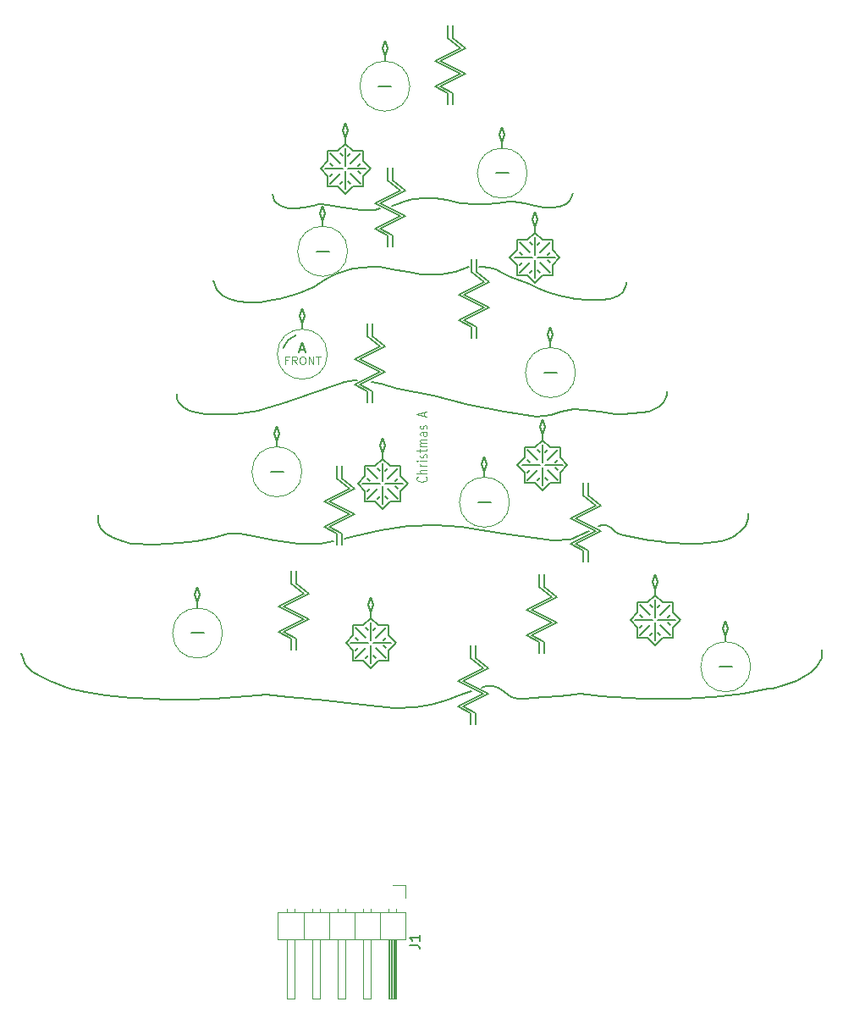
<source format=gto>
G04 #@! TF.GenerationSoftware,KiCad,Pcbnew,(5.1.5)-3*
G04 #@! TF.CreationDate,2020-10-31T02:18:59+01:00*
G04 #@! TF.ProjectId,Christmas A,43687269-7374-46d6-9173-20412e6b6963,rev?*
G04 #@! TF.SameCoordinates,Original*
G04 #@! TF.FileFunction,Legend,Top*
G04 #@! TF.FilePolarity,Positive*
%FSLAX46Y46*%
G04 Gerber Fmt 4.6, Leading zero omitted, Abs format (unit mm)*
G04 Created by KiCad (PCBNEW (5.1.5)-3) date 2020-10-31 02:18:59*
%MOMM*%
%LPD*%
G04 APERTURE LIST*
%ADD10C,0.100000*%
%ADD11C,0.200000*%
%ADD12C,0.150000*%
%ADD13C,0.120000*%
G04 APERTURE END LIST*
D10*
X105068642Y-106222428D02*
X105116261Y-106260523D01*
X105163880Y-106374809D01*
X105163880Y-106451000D01*
X105116261Y-106565285D01*
X105021023Y-106641476D01*
X104925785Y-106679571D01*
X104735309Y-106717666D01*
X104592452Y-106717666D01*
X104401976Y-106679571D01*
X104306738Y-106641476D01*
X104211500Y-106565285D01*
X104163880Y-106451000D01*
X104163880Y-106374809D01*
X104211500Y-106260523D01*
X104259119Y-106222428D01*
X105163880Y-105879571D02*
X104163880Y-105879571D01*
X105163880Y-105536714D02*
X104640071Y-105536714D01*
X104544833Y-105574809D01*
X104497214Y-105651000D01*
X104497214Y-105765285D01*
X104544833Y-105841476D01*
X104592452Y-105879571D01*
X105163880Y-105155761D02*
X104497214Y-105155761D01*
X104687690Y-105155761D02*
X104592452Y-105117666D01*
X104544833Y-105079571D01*
X104497214Y-105003380D01*
X104497214Y-104927190D01*
X105163880Y-104660523D02*
X104497214Y-104660523D01*
X104163880Y-104660523D02*
X104211500Y-104698619D01*
X104259119Y-104660523D01*
X104211500Y-104622428D01*
X104163880Y-104660523D01*
X104259119Y-104660523D01*
X105116261Y-104317666D02*
X105163880Y-104241476D01*
X105163880Y-104089095D01*
X105116261Y-104012904D01*
X105021023Y-103974809D01*
X104973404Y-103974809D01*
X104878166Y-104012904D01*
X104830547Y-104089095D01*
X104830547Y-104203380D01*
X104782928Y-104279571D01*
X104687690Y-104317666D01*
X104640071Y-104317666D01*
X104544833Y-104279571D01*
X104497214Y-104203380D01*
X104497214Y-104089095D01*
X104544833Y-104012904D01*
X104497214Y-103746238D02*
X104497214Y-103441476D01*
X104163880Y-103631952D02*
X105021023Y-103631952D01*
X105116261Y-103593857D01*
X105163880Y-103517666D01*
X105163880Y-103441476D01*
X105163880Y-103174809D02*
X104497214Y-103174809D01*
X104592452Y-103174809D02*
X104544833Y-103136714D01*
X104497214Y-103060523D01*
X104497214Y-102946238D01*
X104544833Y-102870047D01*
X104640071Y-102831952D01*
X105163880Y-102831952D01*
X104640071Y-102831952D02*
X104544833Y-102793857D01*
X104497214Y-102717666D01*
X104497214Y-102603380D01*
X104544833Y-102527190D01*
X104640071Y-102489095D01*
X105163880Y-102489095D01*
X105163880Y-101765285D02*
X104640071Y-101765285D01*
X104544833Y-101803380D01*
X104497214Y-101879571D01*
X104497214Y-102031952D01*
X104544833Y-102108142D01*
X105116261Y-101765285D02*
X105163880Y-101841476D01*
X105163880Y-102031952D01*
X105116261Y-102108142D01*
X105021023Y-102146238D01*
X104925785Y-102146238D01*
X104830547Y-102108142D01*
X104782928Y-102031952D01*
X104782928Y-101841476D01*
X104735309Y-101765285D01*
X105116261Y-101422428D02*
X105163880Y-101346238D01*
X105163880Y-101193857D01*
X105116261Y-101117666D01*
X105021023Y-101079571D01*
X104973404Y-101079571D01*
X104878166Y-101117666D01*
X104830547Y-101193857D01*
X104830547Y-101308142D01*
X104782928Y-101384333D01*
X104687690Y-101422428D01*
X104640071Y-101422428D01*
X104544833Y-101384333D01*
X104497214Y-101308142D01*
X104497214Y-101193857D01*
X104544833Y-101117666D01*
X104878166Y-100165285D02*
X104878166Y-99784333D01*
X105163880Y-100241476D02*
X104163880Y-99974809D01*
X105163880Y-99708142D01*
D11*
X119634000Y-78295500D02*
X119761000Y-77851000D01*
X119443500Y-78676500D02*
X119634000Y-78295500D01*
X119126000Y-78994000D02*
X119443500Y-78676500D01*
X118427500Y-79248000D02*
X119126000Y-78994000D01*
X117792500Y-79311500D02*
X118427500Y-79248000D01*
X116903500Y-79311500D02*
X117792500Y-79311500D01*
X116014500Y-79184500D02*
X116903500Y-79311500D01*
X114998500Y-78930500D02*
X116014500Y-79184500D01*
X113792000Y-78740000D02*
X114998500Y-78930500D01*
X113347500Y-78740000D02*
X113792000Y-78740000D01*
X112268000Y-78867000D02*
X113347500Y-78740000D01*
X110998000Y-78994000D02*
X112268000Y-78867000D01*
X110109000Y-78994000D02*
X110998000Y-78994000D01*
X108521500Y-78867000D02*
X110109000Y-78994000D01*
X107188000Y-78549500D02*
X108521500Y-78867000D01*
X105981500Y-78422500D02*
X107188000Y-78549500D01*
X104965500Y-78359000D02*
X105981500Y-78422500D01*
X103759000Y-78486000D02*
X104965500Y-78359000D01*
X102870000Y-78740000D02*
X103759000Y-78486000D01*
X102298500Y-78994000D02*
X102870000Y-78740000D01*
X101663500Y-79121000D02*
X102298500Y-78994000D01*
X99949000Y-79565500D02*
X100457000Y-79438500D01*
X98615500Y-79565500D02*
X99949000Y-79565500D01*
X97345500Y-79438500D02*
X98615500Y-79565500D01*
X96266000Y-79248000D02*
X97345500Y-79438500D01*
X95250000Y-79057500D02*
X96266000Y-79248000D01*
X94551500Y-78994000D02*
X95250000Y-79057500D01*
X94361000Y-78994000D02*
X94551500Y-78994000D01*
X93789500Y-79121000D02*
X94361000Y-78994000D01*
X92900500Y-79311500D02*
X93789500Y-79121000D01*
X92138500Y-79375000D02*
X92900500Y-79311500D01*
X91376500Y-79375000D02*
X92138500Y-79375000D01*
X90995500Y-79311500D02*
X91376500Y-79375000D01*
X90551000Y-79184500D02*
X90995500Y-79311500D01*
X90170000Y-78930500D02*
X90551000Y-79184500D01*
X89916000Y-78613000D02*
X90170000Y-78930500D01*
X89725500Y-77978000D02*
X89916000Y-78613000D01*
X125095000Y-87058500D02*
X125158500Y-86741000D01*
X124777500Y-87757000D02*
X125095000Y-87058500D01*
X124333000Y-88138000D02*
X124777500Y-87757000D01*
X123507500Y-88455500D02*
X124333000Y-88138000D01*
X122555000Y-88582500D02*
X123507500Y-88455500D01*
X121285000Y-88582500D02*
X122555000Y-88582500D01*
X120015000Y-88455500D02*
X121285000Y-88582500D01*
X118427500Y-88138000D02*
X120015000Y-88455500D01*
X117221000Y-87757000D02*
X118427500Y-88138000D01*
X116268500Y-87376000D02*
X117221000Y-87757000D01*
X115379500Y-86931500D02*
X116268500Y-87376000D01*
X114490500Y-86614000D02*
X115379500Y-86931500D01*
X113538000Y-86233000D02*
X114490500Y-86614000D01*
X112712500Y-85852000D02*
X113538000Y-86233000D01*
X112077500Y-85534500D02*
X112712500Y-85852000D01*
X111442500Y-85344000D02*
X112077500Y-85534500D01*
X110680500Y-85217000D02*
X111442500Y-85344000D01*
X110426500Y-85217000D02*
X110680500Y-85217000D01*
X108013500Y-85725000D02*
X109347000Y-85280500D01*
X106553000Y-86042500D02*
X108013500Y-85725000D01*
X104648000Y-85979000D02*
X106553000Y-86042500D01*
X103251000Y-85725000D02*
X104648000Y-85979000D01*
X101663500Y-85534500D02*
X103251000Y-85725000D01*
X100457000Y-85280500D02*
X101663500Y-85534500D01*
X99758500Y-85217000D02*
X100457000Y-85280500D01*
X97790000Y-85407500D02*
X99758500Y-85217000D01*
X96202500Y-85915500D02*
X97790000Y-85407500D01*
X95186500Y-86423500D02*
X96202500Y-85915500D01*
X94234000Y-86995000D02*
X95186500Y-86423500D01*
X93853000Y-87249000D02*
X94234000Y-86995000D01*
X93599000Y-87376000D02*
X93853000Y-87249000D01*
X92456000Y-87884000D02*
X93599000Y-87376000D01*
X91567000Y-88138000D02*
X92456000Y-87884000D01*
X90424000Y-88455500D02*
X91567000Y-88138000D01*
X89725500Y-88582500D02*
X90424000Y-88455500D01*
X88519000Y-88773000D02*
X89725500Y-88582500D01*
X87249000Y-88773000D02*
X88519000Y-88773000D01*
X86360000Y-88709500D02*
X87249000Y-88773000D01*
X85407500Y-88455500D02*
X86360000Y-88709500D01*
X84709000Y-88138000D02*
X85407500Y-88455500D01*
X84137500Y-87566500D02*
X84709000Y-88138000D01*
X83820000Y-86614000D02*
X84137500Y-87566500D01*
X144716500Y-124015500D02*
X144716500Y-123507500D01*
X144653000Y-124396500D02*
X144716500Y-124015500D01*
X144208500Y-125222000D02*
X144653000Y-124396500D01*
X143573500Y-125793500D02*
X144208500Y-125222000D01*
X143129000Y-126047500D02*
X143573500Y-125793500D01*
X142113000Y-126619000D02*
X143129000Y-126047500D01*
X140906500Y-127063500D02*
X142113000Y-126619000D01*
X139763500Y-127381000D02*
X140906500Y-127063500D01*
X139319000Y-127444500D02*
X139763500Y-127381000D01*
X138049000Y-127698500D02*
X139319000Y-127444500D01*
X136779000Y-127952500D02*
X138049000Y-127698500D01*
X136144000Y-128016000D02*
X136779000Y-127952500D01*
X133731000Y-128270000D02*
X136144000Y-128016000D01*
X132207000Y-128333500D02*
X133731000Y-128270000D01*
X131000500Y-128397000D02*
X132207000Y-128333500D01*
X128016000Y-128397000D02*
X131000500Y-128397000D01*
X126746000Y-128397000D02*
X128016000Y-128397000D01*
X125476000Y-128333500D02*
X126746000Y-128397000D01*
X123888500Y-128270000D02*
X125476000Y-128333500D01*
X122618500Y-128143000D02*
X123888500Y-128270000D01*
X121221500Y-128016000D02*
X122618500Y-128143000D01*
X120459500Y-127952500D02*
X121221500Y-128016000D01*
X119951500Y-128016000D02*
X120459500Y-127952500D01*
X118427500Y-128143000D02*
X119951500Y-128016000D01*
X116840000Y-128270000D02*
X118427500Y-128143000D01*
X115887500Y-128333500D02*
X116840000Y-128270000D01*
X114871500Y-128460500D02*
X115887500Y-128333500D01*
X114300000Y-128460500D02*
X114871500Y-128460500D01*
X113601500Y-128270000D02*
X114300000Y-128460500D01*
X112966500Y-127762000D02*
X113601500Y-128270000D01*
X112331500Y-127317500D02*
X112966500Y-127762000D01*
X111760000Y-127127000D02*
X112331500Y-127317500D01*
X111061500Y-127190500D02*
X111760000Y-127127000D01*
X110680500Y-127317500D02*
X111061500Y-127190500D01*
X108648500Y-128016000D02*
X109664500Y-127698500D01*
X107061000Y-128587500D02*
X108648500Y-128016000D01*
X105537000Y-129032000D02*
X107061000Y-128587500D01*
X104013000Y-129286000D02*
X105537000Y-129032000D01*
X101917500Y-129349500D02*
X104013000Y-129286000D01*
X98679000Y-129032000D02*
X101917500Y-129349500D01*
X94297500Y-128524000D02*
X98679000Y-129032000D01*
X93916500Y-128524000D02*
X94297500Y-128524000D01*
X93408500Y-128460500D02*
X93916500Y-128524000D01*
X91313000Y-128270000D02*
X93408500Y-128460500D01*
X89852500Y-128079500D02*
X91313000Y-128270000D01*
X89027000Y-128016000D02*
X89852500Y-128079500D01*
X88265000Y-128079500D02*
X89027000Y-128016000D01*
X84899500Y-128333500D02*
X88265000Y-128079500D01*
X83947000Y-128397000D02*
X84899500Y-128333500D01*
X80835500Y-128524000D02*
X83947000Y-128397000D01*
X78803500Y-128524000D02*
X80835500Y-128524000D01*
X78041500Y-128460500D02*
X78803500Y-128524000D01*
X75565000Y-128333500D02*
X78041500Y-128460500D01*
X73088500Y-128079500D02*
X75565000Y-128333500D01*
X70993000Y-127762000D02*
X73088500Y-128079500D01*
X69405500Y-127381000D02*
X70993000Y-127762000D01*
X67437000Y-126682500D02*
X69405500Y-127381000D01*
X66421000Y-126174500D02*
X67437000Y-126682500D01*
X65722500Y-125730000D02*
X66421000Y-126174500D01*
X65214500Y-125222000D02*
X65722500Y-125730000D01*
X64960500Y-124841000D02*
X65214500Y-125222000D01*
X64833500Y-124523500D02*
X64960500Y-124841000D01*
X64579500Y-123888500D02*
X64833500Y-124523500D01*
X137287000Y-110363000D02*
X137287000Y-109855000D01*
X137223500Y-110617000D02*
X137287000Y-110363000D01*
X137033000Y-111125000D02*
X137223500Y-110617000D01*
X136652000Y-111569500D02*
X137033000Y-111125000D01*
X136080500Y-112077500D02*
X136652000Y-111569500D01*
X135763000Y-112268000D02*
X136080500Y-112077500D01*
X135191500Y-112522000D02*
X135763000Y-112268000D01*
X134620000Y-112649000D02*
X135191500Y-112522000D01*
X133921500Y-112776000D02*
X134620000Y-112649000D01*
X132461000Y-112903000D02*
X133921500Y-112776000D01*
X131635500Y-112903000D02*
X132461000Y-112903000D01*
X129286000Y-112839500D02*
X131635500Y-112903000D01*
X128397000Y-112712500D02*
X129286000Y-112839500D01*
X127381000Y-112585500D02*
X128397000Y-112712500D01*
X126111000Y-112331500D02*
X127381000Y-112585500D01*
X124904500Y-112077500D02*
X126111000Y-112331500D01*
X124269500Y-111887000D02*
X124904500Y-112077500D01*
X123952000Y-111696500D02*
X124269500Y-111887000D01*
X123571000Y-111315500D02*
X123952000Y-111696500D01*
X123126500Y-111061500D02*
X123571000Y-111315500D01*
X122745500Y-111061500D02*
X123126500Y-111061500D01*
X122364500Y-111188500D02*
X122745500Y-111061500D01*
X119507000Y-112522000D02*
X121412000Y-111633000D01*
X117729000Y-112585500D02*
X119507000Y-112522000D01*
X112776000Y-111950500D02*
X117729000Y-112585500D01*
X108585000Y-111252000D02*
X112776000Y-111950500D01*
X106045000Y-111061500D02*
X108585000Y-111252000D01*
X103314500Y-111188500D02*
X106045000Y-111061500D01*
X100584000Y-111569500D02*
X103314500Y-111188500D01*
X97980500Y-112141000D02*
X100584000Y-111569500D01*
X96964500Y-112458500D02*
X97980500Y-112141000D01*
X94488000Y-112966500D02*
X95821500Y-112712500D01*
X92392500Y-112966500D02*
X94488000Y-112966500D01*
X89916000Y-112585500D02*
X92392500Y-112966500D01*
X87884000Y-112141000D02*
X89916000Y-112585500D01*
X86423500Y-111950500D02*
X87884000Y-112141000D01*
X85344000Y-111950500D02*
X86423500Y-111950500D01*
X83820000Y-112331500D02*
X85344000Y-111950500D01*
X82105500Y-112649000D02*
X83820000Y-112331500D01*
X80454500Y-112839500D02*
X82105500Y-112649000D01*
X77978000Y-113030000D02*
X80454500Y-112839500D01*
X75628500Y-112903000D02*
X77978000Y-113030000D01*
X74739500Y-112712500D02*
X75628500Y-112903000D01*
X73787000Y-112331500D02*
X74739500Y-112712500D01*
X73025000Y-111887000D02*
X73787000Y-112331500D01*
X72580500Y-111379000D02*
X73025000Y-111887000D01*
X72263000Y-110807500D02*
X72580500Y-111379000D01*
X72263000Y-110045500D02*
X72263000Y-110807500D01*
X129159000Y-98044000D02*
X129159000Y-97663000D01*
X129095500Y-98298000D02*
X129159000Y-98044000D01*
X128841500Y-98806000D02*
X129095500Y-98298000D01*
X128460500Y-99187000D02*
X128841500Y-98806000D01*
X127762000Y-99568000D02*
X128460500Y-99187000D01*
X127381000Y-99695000D02*
X127762000Y-99568000D01*
X126682500Y-99822000D02*
X127381000Y-99695000D01*
X124777500Y-99949000D02*
X126682500Y-99822000D01*
X124015500Y-99949000D02*
X124777500Y-99949000D01*
X122491500Y-99758500D02*
X124015500Y-99949000D01*
X120904000Y-99568000D02*
X122491500Y-99758500D01*
X119888000Y-99504500D02*
X120904000Y-99568000D01*
X118618000Y-99758500D02*
X119888000Y-99504500D01*
X117602000Y-100076000D02*
X118618000Y-99758500D01*
X116141500Y-100203000D02*
X117602000Y-100076000D01*
X112966500Y-99758500D02*
X116141500Y-100203000D01*
X109410500Y-99060000D02*
X112966500Y-99758500D01*
X105854500Y-98107500D02*
X109410500Y-99060000D01*
X102298500Y-97409000D02*
X105854500Y-98107500D01*
X100584000Y-96901000D02*
X102298500Y-97409000D01*
X99631500Y-96774000D02*
X100584000Y-96901000D01*
X97917000Y-96583500D02*
X98171000Y-96583500D01*
X96901000Y-96774000D02*
X97917000Y-96583500D01*
X94996000Y-97409000D02*
X96901000Y-96774000D01*
X91122500Y-98806000D02*
X94996000Y-97409000D01*
X88519000Y-99568000D02*
X91122500Y-98806000D01*
X88265000Y-99631500D02*
X88519000Y-99568000D01*
X86042500Y-99949000D02*
X88265000Y-99631500D01*
X84772500Y-100012500D02*
X86042500Y-99949000D01*
X83058000Y-99949000D02*
X84772500Y-100012500D01*
X82105500Y-99822000D02*
X83058000Y-99949000D01*
X81407000Y-99631500D02*
X82105500Y-99822000D01*
X80835500Y-99314000D02*
X81407000Y-99631500D01*
X80327500Y-98806000D02*
X80835500Y-99314000D01*
X80137000Y-98425000D02*
X80327500Y-98806000D01*
X80137000Y-97980500D02*
X80137000Y-98425000D01*
D12*
X90805001Y-93345000D02*
G75*
G02X92075001Y-92075001I1904999J-635000D01*
G01*
X92964000Y-90170000D02*
X92710000Y-90932000D01*
X92710000Y-89408000D02*
X92964000Y-90170000D01*
X92456000Y-90170000D02*
X92710000Y-89408000D01*
X92710000Y-90932000D02*
X92456000Y-90170000D01*
X92710000Y-91440000D02*
X92710000Y-90932000D01*
D10*
X95210000Y-93980000D02*
G75*
G03X95210000Y-93980000I-2500000J0D01*
G01*
D12*
X102298500Y-107442000D02*
X102044500Y-107188000D01*
X102298500Y-106426000D02*
X102044500Y-106680000D01*
X99504500Y-107442000D02*
X99250500Y-107696000D01*
X99504500Y-106680000D02*
X99250500Y-106426000D01*
X101028500Y-108204000D02*
X101282500Y-108458000D01*
X100266500Y-108458000D02*
X100520500Y-108204000D01*
X101028500Y-105664000D02*
X101282500Y-105410000D01*
X100266500Y-105410000D02*
X100520500Y-105664000D01*
X100266500Y-107442000D02*
X99250500Y-108458000D01*
X101282500Y-107442000D02*
X102298500Y-108458000D01*
X101282500Y-106426000D02*
X102298500Y-105410000D01*
X99250500Y-105410000D02*
X100266500Y-106426000D01*
X100774500Y-106680000D02*
X100774500Y-104902000D01*
X101028500Y-106934000D02*
X102806500Y-106934000D01*
X98742500Y-106934000D02*
X100520500Y-106934000D01*
X100774500Y-107188000D02*
X100774500Y-108966000D01*
X101536500Y-105156000D02*
X102552500Y-105156000D01*
X100774500Y-104434000D02*
X100012500Y-105156000D01*
X101536500Y-108712000D02*
X102552500Y-108712000D01*
X100774500Y-109434000D02*
X100012500Y-108712000D01*
X102552500Y-106172000D02*
X103274500Y-106934000D01*
X102552500Y-107696000D02*
X103274500Y-106934000D01*
X102552500Y-107696000D02*
X102552500Y-108712000D01*
X98996500Y-107696000D02*
X98996500Y-108712000D01*
X98996500Y-106172000D02*
X98996500Y-105156000D01*
X100012500Y-108712000D02*
X98996500Y-108712000D01*
X102552500Y-105156000D02*
X102552500Y-106172000D01*
X98996500Y-105156000D02*
X100012500Y-105156000D01*
X101536500Y-105156000D02*
X100774500Y-104434000D01*
X100774500Y-109434000D02*
X101536500Y-108712000D01*
X98274500Y-106934000D02*
X98996500Y-107696000D01*
X98996500Y-106172000D02*
X98274500Y-106934000D01*
X101028500Y-103124000D02*
X100774500Y-103886000D01*
X100774500Y-102362000D02*
X101028500Y-103124000D01*
X100520500Y-103124000D02*
X100774500Y-102362000D01*
X100774500Y-103886000D02*
X100520500Y-103124000D01*
X100774500Y-104394000D02*
X100774500Y-103886000D01*
X115951000Y-81788000D02*
X115951000Y-81280000D01*
X115951000Y-81280000D02*
X115697000Y-80518000D01*
X115697000Y-80518000D02*
X115951000Y-79756000D01*
X115951000Y-79756000D02*
X116205000Y-80518000D01*
X116205000Y-80518000D02*
X115951000Y-81280000D01*
X114173000Y-83566000D02*
X113451000Y-84328000D01*
X113451000Y-84328000D02*
X114173000Y-85090000D01*
X115951000Y-86828000D02*
X116713000Y-86106000D01*
X116713000Y-82550000D02*
X115951000Y-81828000D01*
X114173000Y-82550000D02*
X115189000Y-82550000D01*
X117729000Y-82550000D02*
X117729000Y-83566000D01*
X115189000Y-86106000D02*
X114173000Y-86106000D01*
X114173000Y-83566000D02*
X114173000Y-82550000D01*
X114173000Y-85090000D02*
X114173000Y-86106000D01*
X117729000Y-85090000D02*
X117729000Y-86106000D01*
X117729000Y-85090000D02*
X118451000Y-84328000D01*
X117729000Y-83566000D02*
X118451000Y-84328000D01*
X115951000Y-86828000D02*
X115189000Y-86106000D01*
X116713000Y-86106000D02*
X117729000Y-86106000D01*
X115951000Y-81828000D02*
X115189000Y-82550000D01*
X116713000Y-82550000D02*
X117729000Y-82550000D01*
X115951000Y-84582000D02*
X115951000Y-86360000D01*
X113919000Y-84328000D02*
X115697000Y-84328000D01*
X116205000Y-84328000D02*
X117983000Y-84328000D01*
X115951000Y-84074000D02*
X115951000Y-82296000D01*
X114427000Y-82804000D02*
X115443000Y-83820000D01*
X116459000Y-83820000D02*
X117475000Y-82804000D01*
X116459000Y-84836000D02*
X117475000Y-85852000D01*
X115443000Y-84836000D02*
X114427000Y-85852000D01*
X115443000Y-82804000D02*
X115697000Y-83058000D01*
X116205000Y-83058000D02*
X116459000Y-82804000D01*
X115443000Y-85852000D02*
X115697000Y-85598000D01*
X116205000Y-85598000D02*
X116459000Y-85852000D01*
X114681000Y-84074000D02*
X114427000Y-83820000D01*
X114681000Y-84836000D02*
X114427000Y-85090000D01*
X117475000Y-83820000D02*
X117221000Y-84074000D01*
X117475000Y-84836000D02*
X117221000Y-84582000D01*
X97028000Y-72898000D02*
X97028000Y-72390000D01*
X97028000Y-72390000D02*
X96774000Y-71628000D01*
X96774000Y-71628000D02*
X97028000Y-70866000D01*
X97028000Y-70866000D02*
X97282000Y-71628000D01*
X97282000Y-71628000D02*
X97028000Y-72390000D01*
X95250000Y-74676000D02*
X94528000Y-75438000D01*
X94528000Y-75438000D02*
X95250000Y-76200000D01*
X97028000Y-77938000D02*
X97790000Y-77216000D01*
X97790000Y-73660000D02*
X97028000Y-72938000D01*
X95250000Y-73660000D02*
X96266000Y-73660000D01*
X98806000Y-73660000D02*
X98806000Y-74676000D01*
X96266000Y-77216000D02*
X95250000Y-77216000D01*
X95250000Y-74676000D02*
X95250000Y-73660000D01*
X95250000Y-76200000D02*
X95250000Y-77216000D01*
X98806000Y-76200000D02*
X98806000Y-77216000D01*
X98806000Y-76200000D02*
X99528000Y-75438000D01*
X98806000Y-74676000D02*
X99528000Y-75438000D01*
X97028000Y-77938000D02*
X96266000Y-77216000D01*
X97790000Y-77216000D02*
X98806000Y-77216000D01*
X97028000Y-72938000D02*
X96266000Y-73660000D01*
X97790000Y-73660000D02*
X98806000Y-73660000D01*
X97028000Y-75692000D02*
X97028000Y-77470000D01*
X94996000Y-75438000D02*
X96774000Y-75438000D01*
X97282000Y-75438000D02*
X99060000Y-75438000D01*
X97028000Y-75184000D02*
X97028000Y-73406000D01*
X95504000Y-73914000D02*
X96520000Y-74930000D01*
X97536000Y-74930000D02*
X98552000Y-73914000D01*
X97536000Y-75946000D02*
X98552000Y-76962000D01*
X96520000Y-75946000D02*
X95504000Y-76962000D01*
X96520000Y-73914000D02*
X96774000Y-74168000D01*
X97282000Y-74168000D02*
X97536000Y-73914000D01*
X96520000Y-76962000D02*
X96774000Y-76708000D01*
X97282000Y-76708000D02*
X97536000Y-76962000D01*
X95758000Y-75184000D02*
X95504000Y-74930000D01*
X95758000Y-75946000D02*
X95504000Y-76200000D01*
X98552000Y-74930000D02*
X98298000Y-75184000D01*
X98552000Y-75946000D02*
X98298000Y-75692000D01*
X128016000Y-118046500D02*
X128016000Y-117538500D01*
X128016000Y-117538500D02*
X127762000Y-116776500D01*
X127762000Y-116776500D02*
X128016000Y-116014500D01*
X128016000Y-116014500D02*
X128270000Y-116776500D01*
X128270000Y-116776500D02*
X128016000Y-117538500D01*
X126238000Y-119824500D02*
X125516000Y-120586500D01*
X125516000Y-120586500D02*
X126238000Y-121348500D01*
X128016000Y-123086500D02*
X128778000Y-122364500D01*
X128778000Y-118808500D02*
X128016000Y-118086500D01*
X126238000Y-118808500D02*
X127254000Y-118808500D01*
X129794000Y-118808500D02*
X129794000Y-119824500D01*
X127254000Y-122364500D02*
X126238000Y-122364500D01*
X126238000Y-119824500D02*
X126238000Y-118808500D01*
X126238000Y-121348500D02*
X126238000Y-122364500D01*
X129794000Y-121348500D02*
X129794000Y-122364500D01*
X129794000Y-121348500D02*
X130516000Y-120586500D01*
X129794000Y-119824500D02*
X130516000Y-120586500D01*
X128016000Y-123086500D02*
X127254000Y-122364500D01*
X128778000Y-122364500D02*
X129794000Y-122364500D01*
X128016000Y-118086500D02*
X127254000Y-118808500D01*
X128778000Y-118808500D02*
X129794000Y-118808500D01*
X128016000Y-120840500D02*
X128016000Y-122618500D01*
X125984000Y-120586500D02*
X127762000Y-120586500D01*
X128270000Y-120586500D02*
X130048000Y-120586500D01*
X128016000Y-120332500D02*
X128016000Y-118554500D01*
X126492000Y-119062500D02*
X127508000Y-120078500D01*
X128524000Y-120078500D02*
X129540000Y-119062500D01*
X128524000Y-121094500D02*
X129540000Y-122110500D01*
X127508000Y-121094500D02*
X126492000Y-122110500D01*
X127508000Y-119062500D02*
X127762000Y-119316500D01*
X128270000Y-119316500D02*
X128524000Y-119062500D01*
X127508000Y-122110500D02*
X127762000Y-121856500D01*
X128270000Y-121856500D02*
X128524000Y-122110500D01*
X126746000Y-120332500D02*
X126492000Y-120078500D01*
X126746000Y-121094500D02*
X126492000Y-121348500D01*
X129540000Y-120078500D02*
X129286000Y-120332500D01*
X129540000Y-121094500D02*
X129286000Y-120840500D01*
X116713000Y-102552500D02*
X116713000Y-102044500D01*
X116713000Y-102044500D02*
X116459000Y-101282500D01*
X116459000Y-101282500D02*
X116713000Y-100520500D01*
X116713000Y-100520500D02*
X116967000Y-101282500D01*
X116967000Y-101282500D02*
X116713000Y-102044500D01*
X114935000Y-104330500D02*
X114213000Y-105092500D01*
X114213000Y-105092500D02*
X114935000Y-105854500D01*
X116713000Y-107592500D02*
X117475000Y-106870500D01*
X117475000Y-103314500D02*
X116713000Y-102592500D01*
X114935000Y-103314500D02*
X115951000Y-103314500D01*
X118491000Y-103314500D02*
X118491000Y-104330500D01*
X115951000Y-106870500D02*
X114935000Y-106870500D01*
X114935000Y-104330500D02*
X114935000Y-103314500D01*
X114935000Y-105854500D02*
X114935000Y-106870500D01*
X118491000Y-105854500D02*
X118491000Y-106870500D01*
X118491000Y-105854500D02*
X119213000Y-105092500D01*
X118491000Y-104330500D02*
X119213000Y-105092500D01*
X116713000Y-107592500D02*
X115951000Y-106870500D01*
X117475000Y-106870500D02*
X118491000Y-106870500D01*
X116713000Y-102592500D02*
X115951000Y-103314500D01*
X117475000Y-103314500D02*
X118491000Y-103314500D01*
X116713000Y-105346500D02*
X116713000Y-107124500D01*
X114681000Y-105092500D02*
X116459000Y-105092500D01*
X116967000Y-105092500D02*
X118745000Y-105092500D01*
X116713000Y-104838500D02*
X116713000Y-103060500D01*
X115189000Y-103568500D02*
X116205000Y-104584500D01*
X117221000Y-104584500D02*
X118237000Y-103568500D01*
X117221000Y-105600500D02*
X118237000Y-106616500D01*
X116205000Y-105600500D02*
X115189000Y-106616500D01*
X116205000Y-103568500D02*
X116459000Y-103822500D01*
X116967000Y-103822500D02*
X117221000Y-103568500D01*
X116205000Y-106616500D02*
X116459000Y-106362500D01*
X116967000Y-106362500D02*
X117221000Y-106616500D01*
X115443000Y-104838500D02*
X115189000Y-104584500D01*
X115443000Y-105600500D02*
X115189000Y-105854500D01*
X118237000Y-104584500D02*
X117983000Y-104838500D01*
X118237000Y-105600500D02*
X117983000Y-105346500D01*
X99568000Y-120332500D02*
X99568000Y-119824500D01*
X99568000Y-119824500D02*
X99314000Y-119062500D01*
X99314000Y-119062500D02*
X99568000Y-118300500D01*
X99568000Y-118300500D02*
X99822000Y-119062500D01*
X99822000Y-119062500D02*
X99568000Y-119824500D01*
X97790000Y-122110500D02*
X97068000Y-122872500D01*
X97068000Y-122872500D02*
X97790000Y-123634500D01*
X99568000Y-125372500D02*
X100330000Y-124650500D01*
X100330000Y-121094500D02*
X99568000Y-120372500D01*
X97790000Y-121094500D02*
X98806000Y-121094500D01*
X101346000Y-121094500D02*
X101346000Y-122110500D01*
X98806000Y-124650500D02*
X97790000Y-124650500D01*
X97790000Y-122110500D02*
X97790000Y-121094500D01*
X97790000Y-123634500D02*
X97790000Y-124650500D01*
X101346000Y-123634500D02*
X101346000Y-124650500D01*
X101346000Y-123634500D02*
X102068000Y-122872500D01*
X101346000Y-122110500D02*
X102068000Y-122872500D01*
X99568000Y-125372500D02*
X98806000Y-124650500D01*
X100330000Y-124650500D02*
X101346000Y-124650500D01*
X99568000Y-120372500D02*
X98806000Y-121094500D01*
X100330000Y-121094500D02*
X101346000Y-121094500D01*
X99568000Y-123126500D02*
X99568000Y-124904500D01*
X97536000Y-122872500D02*
X99314000Y-122872500D01*
X99822000Y-122872500D02*
X101600000Y-122872500D01*
X99568000Y-122618500D02*
X99568000Y-120840500D01*
X98044000Y-121348500D02*
X99060000Y-122364500D01*
X100076000Y-122364500D02*
X101092000Y-121348500D01*
X100076000Y-123380500D02*
X101092000Y-124396500D01*
X99060000Y-123380500D02*
X98044000Y-124396500D01*
X99060000Y-121348500D02*
X99314000Y-121602500D01*
X99822000Y-121602500D02*
X100076000Y-121348500D01*
X99060000Y-124396500D02*
X99314000Y-124142500D01*
X99822000Y-124142500D02*
X100076000Y-124396500D01*
X98298000Y-122618500D02*
X98044000Y-122364500D01*
X98298000Y-123380500D02*
X98044000Y-123634500D01*
X101092000Y-122364500D02*
X100838000Y-122618500D01*
X101092000Y-123380500D02*
X100838000Y-123126500D01*
X107251500Y-62357000D02*
X107251500Y-61087000D01*
X105981500Y-67183000D02*
X107251500Y-67853000D01*
X108521500Y-63373000D02*
X105981500Y-64643000D01*
X105981500Y-64643000D02*
X108521500Y-65913000D01*
X107251500Y-62357000D02*
X108521500Y-63373000D01*
X107251500Y-67853000D02*
X107251500Y-68961000D01*
X108521500Y-65913000D02*
X105981500Y-67183000D01*
X107759500Y-67853000D02*
X107759500Y-68961000D01*
X107759500Y-62357000D02*
X107759500Y-61087000D01*
X106489500Y-67183000D02*
X107759500Y-67853000D01*
X109029500Y-65913000D02*
X106489500Y-67183000D01*
X106489500Y-64643000D02*
X109029500Y-65913000D01*
X109029500Y-63373000D02*
X106489500Y-64643000D01*
X107759500Y-62357000D02*
X109029500Y-63373000D01*
X101282500Y-76581000D02*
X101282500Y-75311000D01*
X100012500Y-81407000D02*
X101282500Y-82077000D01*
X102552500Y-77597000D02*
X100012500Y-78867000D01*
X100012500Y-78867000D02*
X102552500Y-80137000D01*
X101282500Y-76581000D02*
X102552500Y-77597000D01*
X101282500Y-82077000D02*
X101282500Y-83185000D01*
X102552500Y-80137000D02*
X100012500Y-81407000D01*
X101790500Y-82077000D02*
X101790500Y-83185000D01*
X101790500Y-76581000D02*
X101790500Y-75311000D01*
X100520500Y-81407000D02*
X101790500Y-82077000D01*
X103060500Y-80137000D02*
X100520500Y-81407000D01*
X100520500Y-78867000D02*
X103060500Y-80137000D01*
X103060500Y-77597000D02*
X100520500Y-78867000D01*
X101790500Y-76581000D02*
X103060500Y-77597000D01*
X99187000Y-92202000D02*
X99187000Y-90932000D01*
X97917000Y-97028000D02*
X99187000Y-97698000D01*
X100457000Y-93218000D02*
X97917000Y-94488000D01*
X97917000Y-94488000D02*
X100457000Y-95758000D01*
X99187000Y-92202000D02*
X100457000Y-93218000D01*
X99187000Y-97698000D02*
X99187000Y-98806000D01*
X100457000Y-95758000D02*
X97917000Y-97028000D01*
X99695000Y-97698000D02*
X99695000Y-98806000D01*
X99695000Y-92202000D02*
X99695000Y-90932000D01*
X98425000Y-97028000D02*
X99695000Y-97698000D01*
X100965000Y-95758000D02*
X98425000Y-97028000D01*
X98425000Y-94488000D02*
X100965000Y-95758000D01*
X100965000Y-93218000D02*
X98425000Y-94488000D01*
X99695000Y-92202000D02*
X100965000Y-93218000D01*
X96139000Y-106426000D02*
X96139000Y-105156000D01*
X94869000Y-111252000D02*
X96139000Y-111922000D01*
X97409000Y-107442000D02*
X94869000Y-108712000D01*
X94869000Y-108712000D02*
X97409000Y-109982000D01*
X96139000Y-106426000D02*
X97409000Y-107442000D01*
X96139000Y-111922000D02*
X96139000Y-113030000D01*
X97409000Y-109982000D02*
X94869000Y-111252000D01*
X96647000Y-111922000D02*
X96647000Y-113030000D01*
X96647000Y-106426000D02*
X96647000Y-105156000D01*
X95377000Y-111252000D02*
X96647000Y-111922000D01*
X97917000Y-109982000D02*
X95377000Y-111252000D01*
X95377000Y-108712000D02*
X97917000Y-109982000D01*
X97917000Y-107442000D02*
X95377000Y-108712000D01*
X96647000Y-106426000D02*
X97917000Y-107442000D01*
X91567000Y-116903500D02*
X91567000Y-115633500D01*
X90297000Y-121729500D02*
X91567000Y-122399500D01*
X92837000Y-117919500D02*
X90297000Y-119189500D01*
X90297000Y-119189500D02*
X92837000Y-120459500D01*
X91567000Y-116903500D02*
X92837000Y-117919500D01*
X91567000Y-122399500D02*
X91567000Y-123507500D01*
X92837000Y-120459500D02*
X90297000Y-121729500D01*
X92075000Y-122399500D02*
X92075000Y-123507500D01*
X92075000Y-116903500D02*
X92075000Y-115633500D01*
X90805000Y-121729500D02*
X92075000Y-122399500D01*
X93345000Y-120459500D02*
X90805000Y-121729500D01*
X90805000Y-119189500D02*
X93345000Y-120459500D01*
X93345000Y-117919500D02*
X90805000Y-119189500D01*
X92075000Y-116903500D02*
X93345000Y-117919500D01*
X109664500Y-85725000D02*
X109664500Y-84455000D01*
X108394500Y-90551000D02*
X109664500Y-91221000D01*
X110934500Y-86741000D02*
X108394500Y-88011000D01*
X108394500Y-88011000D02*
X110934500Y-89281000D01*
X109664500Y-85725000D02*
X110934500Y-86741000D01*
X109664500Y-91221000D02*
X109664500Y-92329000D01*
X110934500Y-89281000D02*
X108394500Y-90551000D01*
X110172500Y-91221000D02*
X110172500Y-92329000D01*
X110172500Y-85725000D02*
X110172500Y-84455000D01*
X108902500Y-90551000D02*
X110172500Y-91221000D01*
X111442500Y-89281000D02*
X108902500Y-90551000D01*
X108902500Y-88011000D02*
X111442500Y-89281000D01*
X111442500Y-86741000D02*
X108902500Y-88011000D01*
X110172500Y-85725000D02*
X111442500Y-86741000D01*
X120840500Y-108077000D02*
X120840500Y-106807000D01*
X119570500Y-112903000D02*
X120840500Y-113573000D01*
X122110500Y-109093000D02*
X119570500Y-110363000D01*
X119570500Y-110363000D02*
X122110500Y-111633000D01*
X120840500Y-108077000D02*
X122110500Y-109093000D01*
X120840500Y-113573000D02*
X120840500Y-114681000D01*
X122110500Y-111633000D02*
X119570500Y-112903000D01*
X121348500Y-113573000D02*
X121348500Y-114681000D01*
X121348500Y-108077000D02*
X121348500Y-106807000D01*
X120078500Y-112903000D02*
X121348500Y-113573000D01*
X122618500Y-111633000D02*
X120078500Y-112903000D01*
X120078500Y-110363000D02*
X122618500Y-111633000D01*
X122618500Y-109093000D02*
X120078500Y-110363000D01*
X121348500Y-108077000D02*
X122618500Y-109093000D01*
X116395500Y-117284500D02*
X116395500Y-116014500D01*
X115125500Y-122110500D02*
X116395500Y-122780500D01*
X117665500Y-118300500D02*
X115125500Y-119570500D01*
X115125500Y-119570500D02*
X117665500Y-120840500D01*
X116395500Y-117284500D02*
X117665500Y-118300500D01*
X116395500Y-122780500D02*
X116395500Y-123888500D01*
X117665500Y-120840500D02*
X115125500Y-122110500D01*
X116903500Y-122780500D02*
X116903500Y-123888500D01*
X116903500Y-117284500D02*
X116903500Y-116014500D01*
X115633500Y-122110500D02*
X116903500Y-122780500D01*
X118173500Y-120840500D02*
X115633500Y-122110500D01*
X115633500Y-119570500D02*
X118173500Y-120840500D01*
X118173500Y-118300500D02*
X115633500Y-119570500D01*
X116903500Y-117284500D02*
X118173500Y-118300500D01*
X109537500Y-124396500D02*
X109537500Y-123126500D01*
X108267500Y-129222500D02*
X109537500Y-129892500D01*
X110807500Y-125412500D02*
X108267500Y-126682500D01*
X108267500Y-126682500D02*
X110807500Y-127952500D01*
X109537500Y-124396500D02*
X110807500Y-125412500D01*
X109537500Y-129892500D02*
X109537500Y-131000500D01*
X110807500Y-127952500D02*
X108267500Y-129222500D01*
X110045500Y-129892500D02*
X110045500Y-131000500D01*
X110045500Y-124396500D02*
X110045500Y-123126500D01*
X108775500Y-129222500D02*
X110045500Y-129892500D01*
X111315500Y-127952500D02*
X108775500Y-129222500D01*
X108775500Y-126682500D02*
X111315500Y-127952500D01*
X111315500Y-125412500D02*
X108775500Y-126682500D01*
X110045500Y-124396500D02*
X111315500Y-125412500D01*
X94996000Y-79883000D02*
X94742000Y-80645000D01*
X94742000Y-79121000D02*
X94996000Y-79883000D01*
X94488000Y-79883000D02*
X94742000Y-79121000D01*
X94742000Y-80645000D02*
X94488000Y-79883000D01*
X94742000Y-81153000D02*
X94742000Y-80645000D01*
X94107000Y-83693000D02*
X95377000Y-83693000D01*
D10*
X97242000Y-83693000D02*
G75*
G03X97242000Y-83693000I-2500000J0D01*
G01*
D12*
X101219000Y-63373000D02*
X100965000Y-64135000D01*
X100965000Y-62611000D02*
X101219000Y-63373000D01*
X100711000Y-63373000D02*
X100965000Y-62611000D01*
X100965000Y-64135000D02*
X100711000Y-63373000D01*
X100965000Y-64643000D02*
X100965000Y-64135000D01*
X100330000Y-67183000D02*
X101600000Y-67183000D01*
D10*
X103465000Y-67183000D02*
G75*
G03X103465000Y-67183000I-2500000J0D01*
G01*
D12*
X90424000Y-101917500D02*
X90170000Y-102679500D01*
X90170000Y-101155500D02*
X90424000Y-101917500D01*
X89916000Y-101917500D02*
X90170000Y-101155500D01*
X90170000Y-102679500D02*
X89916000Y-101917500D01*
X90170000Y-103187500D02*
X90170000Y-102679500D01*
X89535000Y-105727500D02*
X90805000Y-105727500D01*
D10*
X92670000Y-105727500D02*
G75*
G03X92670000Y-105727500I-2500000J0D01*
G01*
D12*
X82486500Y-118046500D02*
X82232500Y-118808500D01*
X82232500Y-117284500D02*
X82486500Y-118046500D01*
X81978500Y-118046500D02*
X82232500Y-117284500D01*
X82232500Y-118808500D02*
X81978500Y-118046500D01*
X82232500Y-119316500D02*
X82232500Y-118808500D01*
X81597500Y-121856500D02*
X82867500Y-121856500D01*
D10*
X84732500Y-121856500D02*
G75*
G03X84732500Y-121856500I-2500000J0D01*
G01*
D12*
X112966500Y-72072500D02*
X112712500Y-72834500D01*
X112712500Y-71310500D02*
X112966500Y-72072500D01*
X112458500Y-72072500D02*
X112712500Y-71310500D01*
X112712500Y-72834500D02*
X112458500Y-72072500D01*
X112712500Y-73342500D02*
X112712500Y-72834500D01*
X112077500Y-75882500D02*
X113347500Y-75882500D01*
D10*
X115212500Y-75882500D02*
G75*
G03X115212500Y-75882500I-2500000J0D01*
G01*
D12*
X117792500Y-92011500D02*
X117538500Y-92773500D01*
X117538500Y-91249500D02*
X117792500Y-92011500D01*
X117284500Y-92011500D02*
X117538500Y-91249500D01*
X117538500Y-92773500D02*
X117284500Y-92011500D01*
X117538500Y-93281500D02*
X117538500Y-92773500D01*
X116903500Y-95821500D02*
X118173500Y-95821500D01*
D10*
X120038500Y-95821500D02*
G75*
G03X120038500Y-95821500I-2500000J0D01*
G01*
D12*
X111188500Y-104965500D02*
X110934500Y-105727500D01*
X110934500Y-104203500D02*
X111188500Y-104965500D01*
X110680500Y-104965500D02*
X110934500Y-104203500D01*
X110934500Y-105727500D02*
X110680500Y-104965500D01*
X110934500Y-106235500D02*
X110934500Y-105727500D01*
X110299500Y-108775500D02*
X111569500Y-108775500D01*
D10*
X113434500Y-108775500D02*
G75*
G03X113434500Y-108775500I-2500000J0D01*
G01*
D12*
X135318500Y-121412000D02*
X135064500Y-122174000D01*
X135064500Y-120650000D02*
X135318500Y-121412000D01*
X134810500Y-121412000D02*
X135064500Y-120650000D01*
X135064500Y-122174000D02*
X134810500Y-121412000D01*
X135064500Y-122682000D02*
X135064500Y-122174000D01*
X134429500Y-125222000D02*
X135699500Y-125222000D01*
D10*
X137564500Y-125222000D02*
G75*
G03X137564500Y-125222000I-2500000J0D01*
G01*
D13*
X103057000Y-149776000D02*
X90237000Y-149776000D01*
X90237000Y-149776000D02*
X90237000Y-152436000D01*
X90237000Y-152436000D02*
X103057000Y-152436000D01*
X103057000Y-152436000D02*
X103057000Y-149776000D01*
X102107000Y-152436000D02*
X102107000Y-158436000D01*
X102107000Y-158436000D02*
X101347000Y-158436000D01*
X101347000Y-158436000D02*
X101347000Y-152436000D01*
X102047000Y-152436000D02*
X102047000Y-158436000D01*
X101927000Y-152436000D02*
X101927000Y-158436000D01*
X101807000Y-152436000D02*
X101807000Y-158436000D01*
X101687000Y-152436000D02*
X101687000Y-158436000D01*
X101567000Y-152436000D02*
X101567000Y-158436000D01*
X101447000Y-152436000D02*
X101447000Y-158436000D01*
X102107000Y-149446000D02*
X102107000Y-149776000D01*
X101347000Y-149446000D02*
X101347000Y-149776000D01*
X100457000Y-149776000D02*
X100457000Y-152436000D01*
X99567000Y-152436000D02*
X99567000Y-158436000D01*
X99567000Y-158436000D02*
X98807000Y-158436000D01*
X98807000Y-158436000D02*
X98807000Y-152436000D01*
X99567000Y-149378929D02*
X99567000Y-149776000D01*
X98807000Y-149378929D02*
X98807000Y-149776000D01*
X97917000Y-149776000D02*
X97917000Y-152436000D01*
X97027000Y-152436000D02*
X97027000Y-158436000D01*
X97027000Y-158436000D02*
X96267000Y-158436000D01*
X96267000Y-158436000D02*
X96267000Y-152436000D01*
X97027000Y-149378929D02*
X97027000Y-149776000D01*
X96267000Y-149378929D02*
X96267000Y-149776000D01*
X95377000Y-149776000D02*
X95377000Y-152436000D01*
X94487000Y-152436000D02*
X94487000Y-158436000D01*
X94487000Y-158436000D02*
X93727000Y-158436000D01*
X93727000Y-158436000D02*
X93727000Y-152436000D01*
X94487000Y-149378929D02*
X94487000Y-149776000D01*
X93727000Y-149378929D02*
X93727000Y-149776000D01*
X92837000Y-149776000D02*
X92837000Y-152436000D01*
X91947000Y-152436000D02*
X91947000Y-158436000D01*
X91947000Y-158436000D02*
X91187000Y-158436000D01*
X91187000Y-158436000D02*
X91187000Y-152436000D01*
X91947000Y-149378929D02*
X91947000Y-149776000D01*
X91187000Y-149378929D02*
X91187000Y-149776000D01*
X101727000Y-147066000D02*
X102997000Y-147066000D01*
X102997000Y-147066000D02*
X102997000Y-148336000D01*
D10*
X91281428Y-94557857D02*
X91014761Y-94557857D01*
X91014761Y-94976904D02*
X91014761Y-94176904D01*
X91395714Y-94176904D01*
X92157619Y-94976904D02*
X91890952Y-94595952D01*
X91700476Y-94976904D02*
X91700476Y-94176904D01*
X92005238Y-94176904D01*
X92081428Y-94215000D01*
X92119523Y-94253095D01*
X92157619Y-94329285D01*
X92157619Y-94443571D01*
X92119523Y-94519761D01*
X92081428Y-94557857D01*
X92005238Y-94595952D01*
X91700476Y-94595952D01*
X92652857Y-94176904D02*
X92805238Y-94176904D01*
X92881428Y-94215000D01*
X92957619Y-94291190D01*
X92995714Y-94443571D01*
X92995714Y-94710238D01*
X92957619Y-94862619D01*
X92881428Y-94938809D01*
X92805238Y-94976904D01*
X92652857Y-94976904D01*
X92576666Y-94938809D01*
X92500476Y-94862619D01*
X92462380Y-94710238D01*
X92462380Y-94443571D01*
X92500476Y-94291190D01*
X92576666Y-94215000D01*
X92652857Y-94176904D01*
X93338571Y-94976904D02*
X93338571Y-94176904D01*
X93795714Y-94976904D01*
X93795714Y-94176904D01*
X94062380Y-94176904D02*
X94519523Y-94176904D01*
X94290952Y-94976904D02*
X94290952Y-94176904D01*
D12*
X92471904Y-93511666D02*
X92948095Y-93511666D01*
X92376666Y-93797380D02*
X92710000Y-92797380D01*
X93043333Y-93797380D01*
X103449380Y-153054333D02*
X104163666Y-153054333D01*
X104306523Y-153101952D01*
X104401761Y-153197190D01*
X104449380Y-153340047D01*
X104449380Y-153435285D01*
X104449380Y-152054333D02*
X104449380Y-152625761D01*
X104449380Y-152340047D02*
X103449380Y-152340047D01*
X103592238Y-152435285D01*
X103687476Y-152530523D01*
X103735095Y-152625761D01*
M02*

</source>
